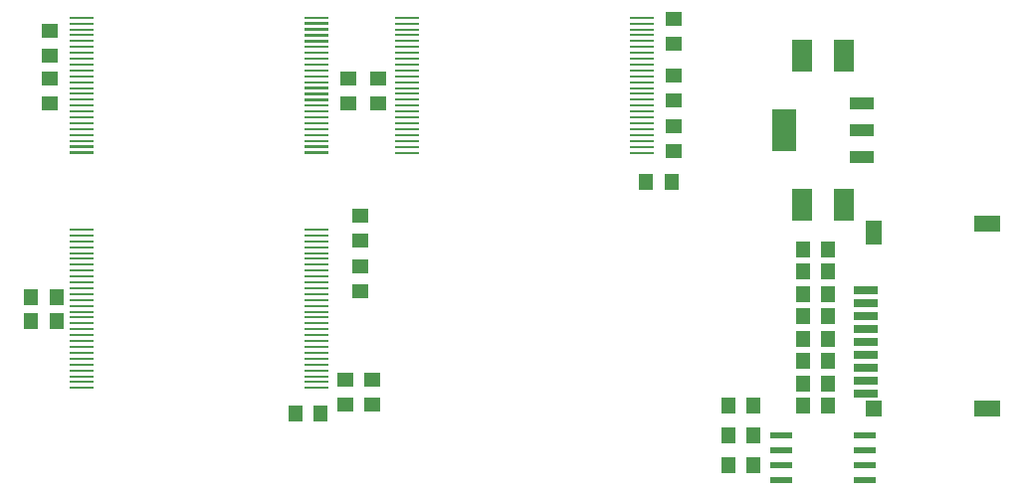
<source format=gtp>
G04 (created by PCBNEW-RS274X (2012-01-19 BZR 3256)-stable) date 13/09/2012 22:37:39*
G01*
G70*
G90*
%MOIN*%
G04 Gerber Fmt 3.4, Leading zero omitted, Abs format*
%FSLAX34Y34*%
G04 APERTURE LIST*
%ADD10C,0.006000*%
%ADD11R,0.078700X0.007800*%
%ADD12R,0.045000X0.055000*%
%ADD13R,0.080000X0.144000*%
%ADD14R,0.080000X0.040000*%
%ADD15R,0.070000X0.110000*%
%ADD16R,0.055000X0.045000*%
%ADD17R,0.086600X0.055100*%
%ADD18R,0.055100X0.078700*%
%ADD19R,0.055100X0.055100*%
%ADD20R,0.078700X0.027600*%
%ADD21R,0.075000X0.020000*%
G04 APERTURE END LIST*
G54D10*
G54D11*
X24037Y-26870D03*
X24037Y-26673D03*
X24037Y-26476D03*
X24037Y-26280D03*
X24037Y-26083D03*
X24037Y-25886D03*
X24037Y-25689D03*
X24037Y-25492D03*
X24037Y-25295D03*
X24037Y-25098D03*
X24037Y-24902D03*
X24037Y-24705D03*
X24037Y-24508D03*
X24037Y-24311D03*
X24037Y-24114D03*
X24037Y-23917D03*
X24037Y-23720D03*
X24037Y-23524D03*
X24037Y-23327D03*
X24037Y-23130D03*
X24037Y-22933D03*
X24037Y-22736D03*
X24037Y-22539D03*
X24037Y-22343D03*
X16163Y-22343D03*
X16163Y-22539D03*
X16163Y-22736D03*
X16163Y-22933D03*
X16163Y-23130D03*
X16163Y-23327D03*
X16163Y-23524D03*
X16163Y-23720D03*
X16163Y-23917D03*
X16163Y-24114D03*
X16163Y-24311D03*
X16163Y-24508D03*
X16163Y-24705D03*
X16163Y-24902D03*
X16163Y-25098D03*
X16163Y-25295D03*
X16163Y-25492D03*
X16163Y-25689D03*
X16163Y-25886D03*
X16163Y-26083D03*
X16163Y-26280D03*
X16163Y-26476D03*
X16163Y-26673D03*
X16163Y-26870D03*
X16163Y-27067D03*
X16163Y-27264D03*
X16163Y-27461D03*
X16163Y-27657D03*
X24037Y-27067D03*
X24037Y-27264D03*
X24037Y-27461D03*
X24037Y-27657D03*
X27063Y-15630D03*
X27063Y-15827D03*
X27063Y-16024D03*
X27063Y-16220D03*
X27063Y-16417D03*
X27063Y-16614D03*
X27063Y-16811D03*
X27063Y-17008D03*
X27063Y-17205D03*
X27063Y-17402D03*
X27063Y-17598D03*
X27063Y-17795D03*
X27063Y-17992D03*
X27063Y-18189D03*
X27063Y-18386D03*
X27063Y-18583D03*
X27063Y-18780D03*
X27063Y-18976D03*
X27063Y-19173D03*
X27063Y-19370D03*
X27063Y-19567D03*
X27063Y-19764D03*
X34937Y-19764D03*
X34937Y-19567D03*
X34937Y-19370D03*
X34937Y-19173D03*
X34937Y-18976D03*
X34937Y-18780D03*
X34937Y-18583D03*
X34937Y-18386D03*
X34937Y-18189D03*
X34937Y-17992D03*
X34937Y-17795D03*
X34937Y-17598D03*
X34937Y-17402D03*
X34937Y-17205D03*
X34937Y-17008D03*
X34937Y-16811D03*
X34937Y-16614D03*
X34937Y-16417D03*
X34937Y-16220D03*
X34937Y-16024D03*
X34937Y-15827D03*
X34937Y-15630D03*
X34937Y-15433D03*
X34937Y-15236D03*
X27063Y-15433D03*
X27063Y-15236D03*
G54D12*
X37825Y-29250D03*
X38675Y-29250D03*
G54D13*
X39700Y-19000D03*
G54D14*
X42300Y-19000D03*
X42300Y-18100D03*
X42300Y-19900D03*
G54D15*
X41700Y-16500D03*
X40300Y-16500D03*
X41700Y-21500D03*
X40300Y-21500D03*
G54D16*
X25100Y-18125D03*
X25100Y-17275D03*
X36000Y-18025D03*
X36000Y-17175D03*
X26100Y-18125D03*
X26100Y-17275D03*
G54D12*
X37825Y-28250D03*
X38675Y-28250D03*
G54D16*
X25900Y-28225D03*
X25900Y-27375D03*
X15100Y-17275D03*
X15100Y-18125D03*
X25000Y-28225D03*
X25000Y-27375D03*
G54D12*
X14475Y-24600D03*
X15325Y-24600D03*
G54D16*
X25500Y-21875D03*
X25500Y-22725D03*
X36000Y-19725D03*
X36000Y-18875D03*
X25500Y-24425D03*
X25500Y-23575D03*
G54D10*
G36*
X23644Y-19331D02*
X24430Y-19331D01*
X24430Y-19409D01*
X23644Y-19409D01*
X23644Y-19331D01*
X23644Y-19331D01*
G37*
G36*
X23644Y-19134D02*
X24430Y-19134D01*
X24430Y-19212D01*
X23644Y-19212D01*
X23644Y-19134D01*
X23644Y-19134D01*
G37*
G36*
X23644Y-18937D02*
X24430Y-18937D01*
X24430Y-19015D01*
X23644Y-19015D01*
X23644Y-18937D01*
X23644Y-18937D01*
G37*
G36*
X23644Y-18741D02*
X24430Y-18741D01*
X24430Y-18819D01*
X23644Y-18819D01*
X23644Y-18741D01*
X23644Y-18741D01*
G37*
G36*
X23644Y-18544D02*
X24430Y-18544D01*
X24430Y-18622D01*
X23644Y-18622D01*
X23644Y-18544D01*
X23644Y-18544D01*
G37*
G36*
X23644Y-18347D02*
X24430Y-18347D01*
X24430Y-18425D01*
X23644Y-18425D01*
X23644Y-18347D01*
X23644Y-18347D01*
G37*
G36*
X23644Y-18150D02*
X24430Y-18150D01*
X24430Y-18228D01*
X23644Y-18228D01*
X23644Y-18150D01*
X23644Y-18150D01*
G37*
G36*
X23644Y-17953D02*
X24430Y-17953D01*
X24430Y-18031D01*
X23644Y-18031D01*
X23644Y-17953D01*
X23644Y-17953D01*
G37*
G36*
X23644Y-17756D02*
X24430Y-17756D01*
X24430Y-17834D01*
X23644Y-17834D01*
X23644Y-17756D01*
X23644Y-17756D01*
G37*
G36*
X23644Y-17559D02*
X24430Y-17559D01*
X24430Y-17637D01*
X23644Y-17637D01*
X23644Y-17559D01*
X23644Y-17559D01*
G37*
G36*
X23644Y-17363D02*
X24430Y-17363D01*
X24430Y-17441D01*
X23644Y-17441D01*
X23644Y-17363D01*
X23644Y-17363D01*
G37*
G36*
X23644Y-17166D02*
X24430Y-17166D01*
X24430Y-17244D01*
X23644Y-17244D01*
X23644Y-17166D01*
X23644Y-17166D01*
G37*
G36*
X23644Y-16969D02*
X24430Y-16969D01*
X24430Y-17047D01*
X23644Y-17047D01*
X23644Y-16969D01*
X23644Y-16969D01*
G37*
G36*
X23644Y-16772D02*
X24430Y-16772D01*
X24430Y-16850D01*
X23644Y-16850D01*
X23644Y-16772D01*
X23644Y-16772D01*
G37*
G36*
X23644Y-16575D02*
X24430Y-16575D01*
X24430Y-16653D01*
X23644Y-16653D01*
X23644Y-16575D01*
X23644Y-16575D01*
G37*
G36*
X23644Y-16378D02*
X24430Y-16378D01*
X24430Y-16456D01*
X23644Y-16456D01*
X23644Y-16378D01*
X23644Y-16378D01*
G37*
G36*
X23644Y-16181D02*
X24430Y-16181D01*
X24430Y-16259D01*
X23644Y-16259D01*
X23644Y-16181D01*
X23644Y-16181D01*
G37*
G36*
X23644Y-15985D02*
X24430Y-15985D01*
X24430Y-16063D01*
X23644Y-16063D01*
X23644Y-15985D01*
X23644Y-15985D01*
G37*
G36*
X23644Y-15788D02*
X24430Y-15788D01*
X24430Y-15866D01*
X23644Y-15866D01*
X23644Y-15788D01*
X23644Y-15788D01*
G37*
G36*
X23644Y-15591D02*
X24430Y-15591D01*
X24430Y-15669D01*
X23644Y-15669D01*
X23644Y-15591D01*
X23644Y-15591D01*
G37*
G36*
X23644Y-15394D02*
X24430Y-15394D01*
X24430Y-15472D01*
X23644Y-15472D01*
X23644Y-15394D01*
X23644Y-15394D01*
G37*
G36*
X23644Y-15197D02*
X24430Y-15197D01*
X24430Y-15275D01*
X23644Y-15275D01*
X23644Y-15197D01*
X23644Y-15197D01*
G37*
G54D11*
X16163Y-15236D03*
X16163Y-15433D03*
X16163Y-15630D03*
X16163Y-15827D03*
X16163Y-16024D03*
X16163Y-16220D03*
X16163Y-16417D03*
X16163Y-16614D03*
X16163Y-16811D03*
X16163Y-17008D03*
X16163Y-17205D03*
X16163Y-17402D03*
X16163Y-17598D03*
X16163Y-17795D03*
X16163Y-17992D03*
X16163Y-18189D03*
X16163Y-18386D03*
X16163Y-18583D03*
X16163Y-18780D03*
X16163Y-18976D03*
X16163Y-19173D03*
X16163Y-19370D03*
G54D10*
G36*
X15770Y-19528D02*
X16556Y-19528D01*
X16556Y-19606D01*
X15770Y-19606D01*
X15770Y-19528D01*
X15770Y-19528D01*
G37*
G36*
X15770Y-19725D02*
X16556Y-19725D01*
X16556Y-19803D01*
X15770Y-19803D01*
X15770Y-19725D01*
X15770Y-19725D01*
G37*
G36*
X23644Y-19528D02*
X24430Y-19528D01*
X24430Y-19606D01*
X23644Y-19606D01*
X23644Y-19528D01*
X23644Y-19528D01*
G37*
G36*
X23644Y-19725D02*
X24430Y-19725D01*
X24430Y-19803D01*
X23644Y-19803D01*
X23644Y-19725D01*
X23644Y-19725D01*
G37*
G54D12*
X41175Y-23000D03*
X40325Y-23000D03*
X14475Y-25400D03*
X15325Y-25400D03*
X24175Y-28500D03*
X23325Y-28500D03*
G54D16*
X15100Y-15675D03*
X15100Y-16525D03*
G54D17*
X46488Y-28360D03*
X46488Y-22140D03*
G54D18*
X42709Y-22455D03*
G54D19*
X42709Y-28360D03*
G54D20*
X42433Y-27829D03*
X42433Y-27396D03*
X42433Y-26963D03*
X42433Y-26530D03*
X42433Y-26096D03*
X42433Y-25663D03*
X42433Y-25230D03*
X42433Y-24797D03*
X42433Y-24364D03*
G54D21*
X42400Y-29250D03*
X42400Y-29750D03*
X42400Y-30250D03*
X42400Y-30750D03*
X39600Y-30750D03*
X39600Y-30250D03*
X39600Y-29750D03*
X39600Y-29250D03*
G54D16*
X36000Y-15275D03*
X36000Y-16125D03*
G54D12*
X35925Y-20750D03*
X35075Y-20750D03*
X37825Y-30250D03*
X38675Y-30250D03*
X41175Y-28250D03*
X40325Y-28250D03*
X41175Y-23750D03*
X40325Y-23750D03*
X41175Y-24500D03*
X40325Y-24500D03*
X41175Y-25250D03*
X40325Y-25250D03*
X41175Y-26000D03*
X40325Y-26000D03*
X41175Y-26750D03*
X40325Y-26750D03*
X41175Y-27500D03*
X40325Y-27500D03*
M02*

</source>
